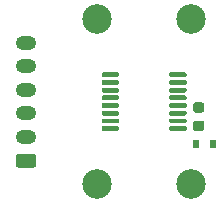
<source format=gbr>
%TF.GenerationSoftware,KiCad,Pcbnew,(5.1.9)-1*%
%TF.CreationDate,2021-10-16T13:59:42-06:00*%
%TF.ProjectId,ABSIS_Hall_Sensor,41425349-535f-4486-916c-6c5f53656e73,rev?*%
%TF.SameCoordinates,Original*%
%TF.FileFunction,Soldermask,Top*%
%TF.FilePolarity,Negative*%
%FSLAX46Y46*%
G04 Gerber Fmt 4.6, Leading zero omitted, Abs format (unit mm)*
G04 Created by KiCad (PCBNEW (5.1.9)-1) date 2021-10-16 13:59:42*
%MOMM*%
%LPD*%
G01*
G04 APERTURE LIST*
%ADD10O,1.750000X1.200000*%
%ADD11R,0.600000X0.700000*%
%ADD12C,2.500000*%
G04 APERTURE END LIST*
D10*
%TO.C,J1*%
X165847000Y-93298000D03*
X165847000Y-95298000D03*
X165847000Y-97298000D03*
X165847000Y-99298000D03*
X165847000Y-101298000D03*
G36*
G01*
X166472001Y-103898000D02*
X165221999Y-103898000D01*
G75*
G02*
X164972000Y-103648001I0J249999D01*
G01*
X164972000Y-102947999D01*
G75*
G02*
X165221999Y-102698000I249999J0D01*
G01*
X166472001Y-102698000D01*
G75*
G02*
X166722000Y-102947999I0J-249999D01*
G01*
X166722000Y-103648001D01*
G75*
G02*
X166472001Y-103898000I-249999J0D01*
G01*
G37*
%TD*%
%TO.C,U1*%
G36*
G01*
X177972000Y-96123000D02*
X177972000Y-95923000D01*
G75*
G02*
X178072000Y-95823000I100000J0D01*
G01*
X179347000Y-95823000D01*
G75*
G02*
X179447000Y-95923000I0J-100000D01*
G01*
X179447000Y-96123000D01*
G75*
G02*
X179347000Y-96223000I-100000J0D01*
G01*
X178072000Y-96223000D01*
G75*
G02*
X177972000Y-96123000I0J100000D01*
G01*
G37*
G36*
G01*
X177972000Y-96773000D02*
X177972000Y-96573000D01*
G75*
G02*
X178072000Y-96473000I100000J0D01*
G01*
X179347000Y-96473000D01*
G75*
G02*
X179447000Y-96573000I0J-100000D01*
G01*
X179447000Y-96773000D01*
G75*
G02*
X179347000Y-96873000I-100000J0D01*
G01*
X178072000Y-96873000D01*
G75*
G02*
X177972000Y-96773000I0J100000D01*
G01*
G37*
G36*
G01*
X177972000Y-97423000D02*
X177972000Y-97223000D01*
G75*
G02*
X178072000Y-97123000I100000J0D01*
G01*
X179347000Y-97123000D01*
G75*
G02*
X179447000Y-97223000I0J-100000D01*
G01*
X179447000Y-97423000D01*
G75*
G02*
X179347000Y-97523000I-100000J0D01*
G01*
X178072000Y-97523000D01*
G75*
G02*
X177972000Y-97423000I0J100000D01*
G01*
G37*
G36*
G01*
X177972000Y-98073000D02*
X177972000Y-97873000D01*
G75*
G02*
X178072000Y-97773000I100000J0D01*
G01*
X179347000Y-97773000D01*
G75*
G02*
X179447000Y-97873000I0J-100000D01*
G01*
X179447000Y-98073000D01*
G75*
G02*
X179347000Y-98173000I-100000J0D01*
G01*
X178072000Y-98173000D01*
G75*
G02*
X177972000Y-98073000I0J100000D01*
G01*
G37*
G36*
G01*
X177972000Y-98723000D02*
X177972000Y-98523000D01*
G75*
G02*
X178072000Y-98423000I100000J0D01*
G01*
X179347000Y-98423000D01*
G75*
G02*
X179447000Y-98523000I0J-100000D01*
G01*
X179447000Y-98723000D01*
G75*
G02*
X179347000Y-98823000I-100000J0D01*
G01*
X178072000Y-98823000D01*
G75*
G02*
X177972000Y-98723000I0J100000D01*
G01*
G37*
G36*
G01*
X177972000Y-99373000D02*
X177972000Y-99173000D01*
G75*
G02*
X178072000Y-99073000I100000J0D01*
G01*
X179347000Y-99073000D01*
G75*
G02*
X179447000Y-99173000I0J-100000D01*
G01*
X179447000Y-99373000D01*
G75*
G02*
X179347000Y-99473000I-100000J0D01*
G01*
X178072000Y-99473000D01*
G75*
G02*
X177972000Y-99373000I0J100000D01*
G01*
G37*
G36*
G01*
X177972000Y-100023000D02*
X177972000Y-99823000D01*
G75*
G02*
X178072000Y-99723000I100000J0D01*
G01*
X179347000Y-99723000D01*
G75*
G02*
X179447000Y-99823000I0J-100000D01*
G01*
X179447000Y-100023000D01*
G75*
G02*
X179347000Y-100123000I-100000J0D01*
G01*
X178072000Y-100123000D01*
G75*
G02*
X177972000Y-100023000I0J100000D01*
G01*
G37*
G36*
G01*
X177972000Y-100673000D02*
X177972000Y-100473000D01*
G75*
G02*
X178072000Y-100373000I100000J0D01*
G01*
X179347000Y-100373000D01*
G75*
G02*
X179447000Y-100473000I0J-100000D01*
G01*
X179447000Y-100673000D01*
G75*
G02*
X179347000Y-100773000I-100000J0D01*
G01*
X178072000Y-100773000D01*
G75*
G02*
X177972000Y-100673000I0J100000D01*
G01*
G37*
G36*
G01*
X172247000Y-100673000D02*
X172247000Y-100473000D01*
G75*
G02*
X172347000Y-100373000I100000J0D01*
G01*
X173622000Y-100373000D01*
G75*
G02*
X173722000Y-100473000I0J-100000D01*
G01*
X173722000Y-100673000D01*
G75*
G02*
X173622000Y-100773000I-100000J0D01*
G01*
X172347000Y-100773000D01*
G75*
G02*
X172247000Y-100673000I0J100000D01*
G01*
G37*
G36*
G01*
X172247000Y-100023000D02*
X172247000Y-99823000D01*
G75*
G02*
X172347000Y-99723000I100000J0D01*
G01*
X173622000Y-99723000D01*
G75*
G02*
X173722000Y-99823000I0J-100000D01*
G01*
X173722000Y-100023000D01*
G75*
G02*
X173622000Y-100123000I-100000J0D01*
G01*
X172347000Y-100123000D01*
G75*
G02*
X172247000Y-100023000I0J100000D01*
G01*
G37*
G36*
G01*
X172247000Y-99373000D02*
X172247000Y-99173000D01*
G75*
G02*
X172347000Y-99073000I100000J0D01*
G01*
X173622000Y-99073000D01*
G75*
G02*
X173722000Y-99173000I0J-100000D01*
G01*
X173722000Y-99373000D01*
G75*
G02*
X173622000Y-99473000I-100000J0D01*
G01*
X172347000Y-99473000D01*
G75*
G02*
X172247000Y-99373000I0J100000D01*
G01*
G37*
G36*
G01*
X172247000Y-98723000D02*
X172247000Y-98523000D01*
G75*
G02*
X172347000Y-98423000I100000J0D01*
G01*
X173622000Y-98423000D01*
G75*
G02*
X173722000Y-98523000I0J-100000D01*
G01*
X173722000Y-98723000D01*
G75*
G02*
X173622000Y-98823000I-100000J0D01*
G01*
X172347000Y-98823000D01*
G75*
G02*
X172247000Y-98723000I0J100000D01*
G01*
G37*
G36*
G01*
X172247000Y-98073000D02*
X172247000Y-97873000D01*
G75*
G02*
X172347000Y-97773000I100000J0D01*
G01*
X173622000Y-97773000D01*
G75*
G02*
X173722000Y-97873000I0J-100000D01*
G01*
X173722000Y-98073000D01*
G75*
G02*
X173622000Y-98173000I-100000J0D01*
G01*
X172347000Y-98173000D01*
G75*
G02*
X172247000Y-98073000I0J100000D01*
G01*
G37*
G36*
G01*
X172247000Y-97423000D02*
X172247000Y-97223000D01*
G75*
G02*
X172347000Y-97123000I100000J0D01*
G01*
X173622000Y-97123000D01*
G75*
G02*
X173722000Y-97223000I0J-100000D01*
G01*
X173722000Y-97423000D01*
G75*
G02*
X173622000Y-97523000I-100000J0D01*
G01*
X172347000Y-97523000D01*
G75*
G02*
X172247000Y-97423000I0J100000D01*
G01*
G37*
G36*
G01*
X172247000Y-96773000D02*
X172247000Y-96573000D01*
G75*
G02*
X172347000Y-96473000I100000J0D01*
G01*
X173622000Y-96473000D01*
G75*
G02*
X173722000Y-96573000I0J-100000D01*
G01*
X173722000Y-96773000D01*
G75*
G02*
X173622000Y-96873000I-100000J0D01*
G01*
X172347000Y-96873000D01*
G75*
G02*
X172247000Y-96773000I0J100000D01*
G01*
G37*
G36*
G01*
X172247000Y-96123000D02*
X172247000Y-95923000D01*
G75*
G02*
X172347000Y-95823000I100000J0D01*
G01*
X173622000Y-95823000D01*
G75*
G02*
X173722000Y-95923000I0J-100000D01*
G01*
X173722000Y-96123000D01*
G75*
G02*
X173622000Y-96223000I-100000J0D01*
G01*
X172347000Y-96223000D01*
G75*
G02*
X172247000Y-96123000I0J100000D01*
G01*
G37*
%TD*%
D11*
%TO.C,D1*%
X180275000Y-101854000D03*
X181675000Y-101854000D03*
%TD*%
%TO.C,C1*%
G36*
G01*
X180717000Y-99243000D02*
X180217000Y-99243000D01*
G75*
G02*
X179992000Y-99018000I0J225000D01*
G01*
X179992000Y-98568000D01*
G75*
G02*
X180217000Y-98343000I225000J0D01*
G01*
X180717000Y-98343000D01*
G75*
G02*
X180942000Y-98568000I0J-225000D01*
G01*
X180942000Y-99018000D01*
G75*
G02*
X180717000Y-99243000I-225000J0D01*
G01*
G37*
G36*
G01*
X180717000Y-100793000D02*
X180217000Y-100793000D01*
G75*
G02*
X179992000Y-100568000I0J225000D01*
G01*
X179992000Y-100118000D01*
G75*
G02*
X180217000Y-99893000I225000J0D01*
G01*
X180717000Y-99893000D01*
G75*
G02*
X180942000Y-100118000I0J-225000D01*
G01*
X180942000Y-100568000D01*
G75*
G02*
X180717000Y-100793000I-225000J0D01*
G01*
G37*
%TD*%
D12*
%TO.C,H2*%
X171847000Y-105298000D03*
%TD*%
%TO.C,H1*%
X171847000Y-91298000D03*
%TD*%
%TO.C,H4*%
X179847000Y-91298000D03*
%TD*%
%TO.C,H3*%
X179847000Y-105298000D03*
%TD*%
M02*

</source>
